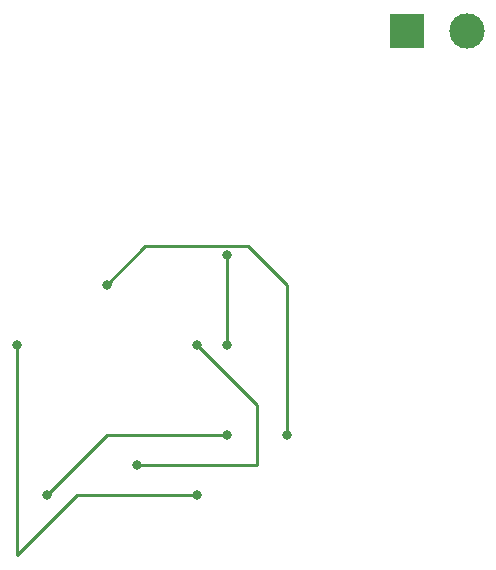
<source format=gbr>
%TF.GenerationSoftware,KiCad,Pcbnew,(6.0.10-0)*%
%TF.CreationDate,2023-02-17T09:22:20-08:00*%
%TF.ProjectId,exercise2_pcb,65786572-6369-4736-9532-5f7063622e6b,rev?*%
%TF.SameCoordinates,Original*%
%TF.FileFunction,Copper,L2,Bot*%
%TF.FilePolarity,Positive*%
%FSLAX46Y46*%
G04 Gerber Fmt 4.6, Leading zero omitted, Abs format (unit mm)*
G04 Created by KiCad (PCBNEW (6.0.10-0)) date 2023-02-17 09:22:20*
%MOMM*%
%LPD*%
G01*
G04 APERTURE LIST*
%TA.AperFunction,ComponentPad*%
%ADD10R,3.000000X3.000000*%
%TD*%
%TA.AperFunction,ComponentPad*%
%ADD11C,3.000000*%
%TD*%
%TA.AperFunction,ViaPad*%
%ADD12C,0.800000*%
%TD*%
%TA.AperFunction,Conductor*%
%ADD13C,0.250000*%
%TD*%
G04 APERTURE END LIST*
D10*
%TO.P,J1,1,Pin_1*%
%TO.N,+9V*%
X139700000Y-62290000D03*
D11*
%TO.P,J1,2,Pin_2*%
%TO.N,GND*%
X144780000Y-62290000D03*
%TD*%
D12*
%TO.N,/pin_2*%
X121920000Y-101600000D03*
X106680000Y-88900000D03*
%TO.N,GND*%
X114300000Y-83820000D03*
X129540000Y-96520000D03*
%TO.N,+9V*%
X121920000Y-88900000D03*
X116840000Y-99060000D03*
%TO.N,/pin_7*%
X124460000Y-88900000D03*
X124460000Y-81280000D03*
%TO.N,/pin_3*%
X124460000Y-96520000D03*
X109220000Y-101600000D03*
%TD*%
D13*
%TO.N,/pin_2*%
X111760000Y-101600000D02*
X106680000Y-106680000D01*
X121920000Y-101600000D02*
X111760000Y-101600000D01*
X106680000Y-106680000D02*
X106680000Y-88900000D01*
%TO.N,GND*%
X129540000Y-96520000D02*
X129540000Y-83820000D01*
X117565000Y-80555000D02*
X114300000Y-83820000D01*
X126275000Y-80555000D02*
X117565000Y-80555000D01*
X129540000Y-83820000D02*
X126275000Y-80555000D01*
%TO.N,+9V*%
X127000000Y-99060000D02*
X127000000Y-93980000D01*
X127000000Y-93980000D02*
X121920000Y-88900000D01*
X116840000Y-99060000D02*
X127000000Y-99060000D01*
%TO.N,/pin_7*%
X124460000Y-81280000D02*
X124460000Y-88900000D01*
%TO.N,/pin_3*%
X124460000Y-96520000D02*
X114300000Y-96520000D01*
X114300000Y-96520000D02*
X109220000Y-101600000D01*
%TD*%
M02*

</source>
